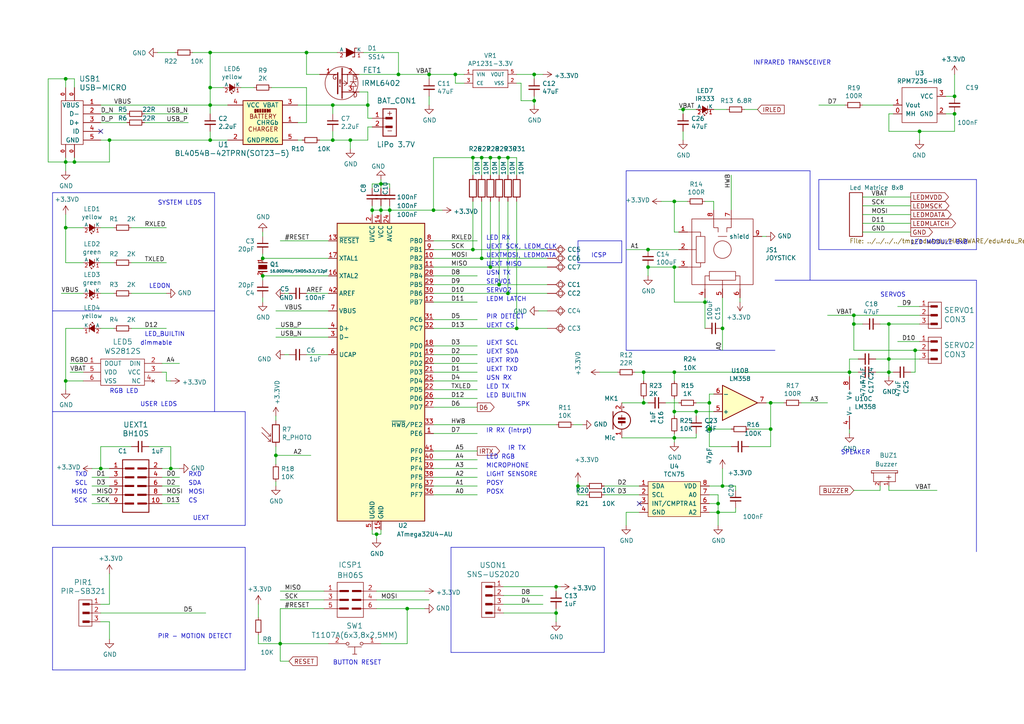
<source format=kicad_sch>
(kicad_sch (version 20230121) (generator eeschema)
  (paper "A4")
  (junction (at 195.58 127))
  (junction (at 106.68 30.48))
  (junction (at 201.93 119.38))
  (junction (at 96.52 40.64))
  (junction (at 266.7 38.1))
  (junction (at 144.78 45.72))
  (junction (at 60.96 40.64))
  (junction (at 223.52 124.46))
  (junction (at 110.49 60.96))
  (junction (at 187.96 77.47))
  (junction (at 186.69 107.95))
  (junction (at 147.32 85.09))
  (junction (at 110.49 53.34))
  (junction (at 81.28 186.69))
  (junction (at 137.16 45.72))
  (junction (at 205.74 116.84))
  (junction (at 265.43 101.6))
  (junction (at 139.7 74.93))
  (junction (at 276.86 33.02))
  (junction (at 118.11 176.53))
  (junction (at 161.29 177.8))
  (junction (at 125.73 60.96))
  (junction (at 246.38 107.95))
  (junction (at 142.24 45.72))
  (junction (at 76.2 74.93))
  (junction (at 167.64 140.97))
  (junction (at 195.58 107.95))
  (junction (at 149.86 95.25))
  (junction (at 132.08 21.59))
  (junction (at 154.94 21.59))
  (junction (at 208.28 148.59))
  (junction (at 107.95 60.96))
  (junction (at 21.59 46.99))
  (junction (at 60.96 15.24))
  (junction (at 187.96 72.39))
  (junction (at 101.6 40.64))
  (junction (at 139.7 45.72))
  (junction (at 80.01 132.08))
  (junction (at 19.05 22.86))
  (junction (at 276.86 27.94))
  (junction (at 247.65 93.98))
  (junction (at 19.05 110.49))
  (junction (at 142.24 77.47))
  (junction (at 147.32 45.72))
  (junction (at 154.94 29.21))
  (junction (at 161.29 170.18))
  (junction (at 29.21 135.89))
  (junction (at 195.58 119.38))
  (junction (at 209.55 95.25))
  (junction (at 247.65 91.44))
  (junction (at 115.57 21.59))
  (junction (at 195.58 58.42))
  (junction (at 19.05 46.99))
  (junction (at 186.69 116.84))
  (junction (at 257.81 107.95))
  (junction (at 60.96 25.4))
  (junction (at 49.53 135.89))
  (junction (at 195.58 77.47))
  (junction (at 124.46 21.59))
  (junction (at 60.96 30.48))
  (junction (at 88.9 15.24))
  (junction (at 19.05 66.04))
  (junction (at 109.22 154.94))
  (junction (at 113.03 60.96))
  (junction (at 205.74 124.46))
  (junction (at 198.12 31.75))
  (junction (at 223.52 116.84))
  (junction (at 96.52 30.48))
  (junction (at 31.75 40.64))
  (junction (at 137.16 72.39))
  (junction (at 209.55 140.97))
  (junction (at 208.28 146.05))
  (junction (at 257.81 104.14))
  (junction (at 204.47 87.63))
  (junction (at 257.81 93.98))
  (junction (at 76.2 80.01))
  (junction (at 144.78 82.55))
  (no_connect (at 29.21 38.1))
  (no_connect (at 185.42 146.05))
  (wire (pts (xy 124.46 27.94) (xy 124.46 30.48)))
  (polyline (pts (xy 175.26 158.75) (xy 130.81 158.75)))
  (wire (pts (xy 80.01 121.92) (xy 80.01 120.65)))
  (wire (pts (xy 19.05 95.25) (xy 19.05 110.49)))
  (wire (pts (xy 106.68 36.83) (xy 106.68 40.64)))
  (wire (pts (xy 257.81 93.98) (xy 257.81 104.14)))
  (wire (pts (xy 255.27 140.97) (xy 255.27 142.24)))
  (wire (pts (xy 125.73 69.85) (xy 138.43 69.85)))
  (polyline (pts (xy 181.61 101.6) (xy 224.79 101.6)))
  (wire (pts (xy 92.71 40.64) (xy 96.52 40.64)))
  (wire (pts (xy 95.25 90.17) (xy 80.01 90.17)))
  (wire (pts (xy 88.9 102.87) (xy 95.25 102.87)))
  (wire (pts (xy 201.93 119.38) (xy 195.58 119.38)))
  (wire (pts (xy 180.34 116.84) (xy 186.69 116.84)))
  (wire (pts (xy 259.08 107.95) (xy 257.81 107.95)))
  (wire (pts (xy 137.16 58.42) (xy 137.16 72.39)))
  (wire (pts (xy 142.24 77.47) (xy 158.75 77.47)))
  (wire (pts (xy 31.75 180.34) (xy 31.75 185.42)))
  (wire (pts (xy 38.1 85.09) (xy 48.26 85.09)))
  (wire (pts (xy 105.41 15.24) (xy 115.57 15.24)))
  (wire (pts (xy 93.98 176.53) (xy 81.28 176.53)))
  (wire (pts (xy 213.36 147.32) (xy 213.36 148.59)))
  (wire (pts (xy 201.93 31.75) (xy 198.12 31.75)))
  (wire (pts (xy 49.53 129.54) (xy 49.53 135.89)))
  (wire (pts (xy 257.81 107.95) (xy 257.81 109.22)))
  (wire (pts (xy 146.05 170.18) (xy 161.29 170.18)))
  (wire (pts (xy 107.95 62.23) (xy 107.95 60.96)))
  (wire (pts (xy 76.2 74.93) (xy 95.25 74.93)))
  (polyline (pts (xy 234.95 49.53) (xy 234.95 81.28)))
  (wire (pts (xy 104.14 21.59) (xy 115.57 21.59)))
  (polyline (pts (xy 180.34 76.2) (xy 180.34 69.85)))
  (wire (pts (xy 107.95 60.96) (xy 110.49 60.96)))
  (wire (pts (xy 260.35 88.9) (xy 266.7 88.9)))
  (wire (pts (xy 50.8 15.24) (xy 45.72 15.24)))
  (wire (pts (xy 137.16 45.72) (xy 139.7 45.72)))
  (wire (pts (xy 95.25 97.79) (xy 80.01 97.79)))
  (wire (pts (xy 195.58 125.73) (xy 195.58 127)))
  (wire (pts (xy 245.11 30.48) (xy 237.49 30.48)))
  (wire (pts (xy 125.73 115.57) (xy 138.43 115.57)))
  (wire (pts (xy 142.24 58.42) (xy 142.24 77.47)))
  (wire (pts (xy 213.36 140.97) (xy 213.36 142.24)))
  (wire (pts (xy 250.19 93.98) (xy 247.65 93.98)))
  (wire (pts (xy 205.74 148.59) (xy 208.28 148.59)))
  (wire (pts (xy 97.79 15.24) (xy 88.9 15.24)))
  (polyline (pts (xy 71.12 194.31) (xy 15.24 194.31)))
  (wire (pts (xy 29.21 177.8) (xy 59.69 177.8)))
  (wire (pts (xy 86.36 40.64) (xy 87.63 40.64)))
  (wire (pts (xy 46.99 143.51) (xy 52.07 143.51)))
  (wire (pts (xy 21.59 22.86) (xy 19.05 22.86)))
  (wire (pts (xy 195.58 119.38) (xy 195.58 120.65)))
  (wire (pts (xy 195.58 87.63) (xy 195.58 77.47)))
  (wire (pts (xy 187.96 77.47) (xy 187.96 80.01)))
  (wire (pts (xy 125.73 125.73) (xy 138.43 125.73)))
  (wire (pts (xy 208.28 146.05) (xy 208.28 148.59)))
  (wire (pts (xy 113.03 60.96) (xy 125.73 60.96)))
  (wire (pts (xy 125.73 77.47) (xy 142.24 77.47)))
  (wire (pts (xy 167.64 143.51) (xy 167.64 140.97)))
  (wire (pts (xy 55.88 15.24) (xy 60.96 15.24)))
  (wire (pts (xy 31.75 140.97) (xy 26.67 140.97)))
  (wire (pts (xy 204.47 87.63) (xy 195.58 87.63)))
  (wire (pts (xy 149.86 45.72) (xy 149.86 50.8)))
  (wire (pts (xy 88.9 85.09) (xy 95.25 85.09)))
  (wire (pts (xy 137.16 50.8) (xy 137.16 45.72)))
  (wire (pts (xy 173.99 107.95) (xy 179.07 107.95)))
  (wire (pts (xy 113.03 60.96) (xy 113.03 62.23)))
  (wire (pts (xy 81.28 176.53) (xy 81.28 186.69)))
  (wire (pts (xy 29.21 129.54) (xy 38.1 129.54)))
  (wire (pts (xy 265.43 101.6) (xy 247.65 101.6)))
  (wire (pts (xy 38.1 76.2) (xy 48.26 76.2)))
  (wire (pts (xy 60.96 38.1) (xy 60.96 40.64)))
  (wire (pts (xy 110.49 154.94) (xy 110.49 153.67)))
  (wire (pts (xy 223.52 116.84) (xy 223.52 124.46)))
  (wire (pts (xy 19.05 110.49) (xy 19.05 113.03)))
  (wire (pts (xy 250.19 67.31) (xy 264.16 67.31)))
  (wire (pts (xy 247.65 93.98) (xy 247.65 91.44)))
  (wire (pts (xy 207.01 60.96) (xy 207.01 58.42)))
  (wire (pts (xy 196.85 72.39) (xy 187.96 72.39)))
  (wire (pts (xy 166.37 123.19) (xy 168.91 123.19)))
  (wire (pts (xy 257.81 33.02) (xy 259.08 33.02)))
  (wire (pts (xy 144.78 82.55) (xy 158.75 82.55)))
  (wire (pts (xy 257.81 142.24) (xy 271.78 142.24)))
  (wire (pts (xy 205.74 143.51) (xy 208.28 143.51)))
  (wire (pts (xy 266.7 38.1) (xy 257.81 38.1)))
  (polyline (pts (xy 130.81 189.23) (xy 175.26 189.23)))
  (wire (pts (xy 137.16 72.39) (xy 158.75 72.39)))
  (wire (pts (xy 185.42 143.51) (xy 175.26 143.51)))
  (wire (pts (xy 92.71 21.59) (xy 88.9 21.59)))
  (wire (pts (xy 147.32 45.72) (xy 149.86 45.72)))
  (wire (pts (xy 195.58 77.47) (xy 187.96 77.47)))
  (wire (pts (xy 146.05 175.26) (xy 157.48 175.26)))
  (wire (pts (xy 31.75 46.99) (xy 31.75 40.64)))
  (wire (pts (xy 76.2 68.58) (xy 76.2 67.31)))
  (wire (pts (xy 107.95 53.34) (xy 110.49 53.34)))
  (wire (pts (xy 195.58 115.57) (xy 195.58 119.38)))
  (wire (pts (xy 257.81 104.14) (xy 266.7 104.14)))
  (wire (pts (xy 246.38 104.14) (xy 246.38 107.95)))
  (wire (pts (xy 146.05 172.72) (xy 157.48 172.72)))
  (wire (pts (xy 41.91 33.02) (xy 54.61 33.02)))
  (wire (pts (xy 19.05 46.99) (xy 19.05 49.53)))
  (wire (pts (xy 95.25 69.85) (xy 81.28 69.85)))
  (wire (pts (xy 46.99 146.05) (xy 52.07 146.05)))
  (wire (pts (xy 137.16 45.72) (xy 125.73 45.72)))
  (wire (pts (xy 139.7 74.93) (xy 158.75 74.93)))
  (wire (pts (xy 125.73 130.81) (xy 138.43 130.81)))
  (wire (pts (xy 196.85 77.47) (xy 195.58 77.47)))
  (wire (pts (xy 198.12 31.75) (xy 196.85 31.75)))
  (wire (pts (xy 60.96 40.64) (xy 31.75 40.64)))
  (wire (pts (xy 24.13 76.2) (xy 19.05 76.2)))
  (wire (pts (xy 31.75 40.64) (xy 29.21 40.64)))
  (wire (pts (xy 209.55 140.97) (xy 213.36 140.97)))
  (wire (pts (xy 19.05 66.04) (xy 19.05 76.2)))
  (wire (pts (xy 149.86 58.42) (xy 149.86 95.25)))
  (wire (pts (xy 207.01 58.42) (xy 204.47 58.42)))
  (wire (pts (xy 247.65 91.44) (xy 240.03 91.44)))
  (wire (pts (xy 24.13 95.25) (xy 19.05 95.25)))
  (wire (pts (xy 195.58 58.42) (xy 195.58 67.31)))
  (wire (pts (xy 195.58 107.95) (xy 246.38 107.95)))
  (wire (pts (xy 204.47 87.63) (xy 204.47 95.25)))
  (wire (pts (xy 31.75 135.89) (xy 29.21 135.89)))
  (wire (pts (xy 144.78 45.72) (xy 147.32 45.72)))
  (wire (pts (xy 21.59 46.99) (xy 31.75 46.99)))
  (wire (pts (xy 205.74 129.54) (xy 205.74 124.46)))
  (wire (pts (xy 266.7 93.98) (xy 257.81 93.98)))
  (wire (pts (xy 113.03 59.69) (xy 113.03 60.96)))
  (wire (pts (xy 207.01 31.75) (xy 210.82 31.75)))
  (wire (pts (xy 60.96 30.48) (xy 60.96 33.02)))
  (wire (pts (xy 21.59 25.4) (xy 21.59 22.86)))
  (wire (pts (xy 125.73 118.11) (xy 138.43 118.11)))
  (wire (pts (xy 96.52 40.64) (xy 101.6 40.64)))
  (wire (pts (xy 88.9 21.59) (xy 88.9 15.24)))
  (polyline (pts (xy 167.64 76.2) (xy 180.34 76.2)))
  (wire (pts (xy 124.46 22.86) (xy 124.46 21.59)))
  (wire (pts (xy 80.01 132.08) (xy 90.17 132.08)))
  (polyline (pts (xy 237.49 72.39) (xy 283.21 72.39)))
  (wire (pts (xy 29.21 30.48) (xy 60.96 30.48)))
  (wire (pts (xy 81.28 191.77) (xy 83.82 191.77)))
  (wire (pts (xy 74.93 175.26) (xy 74.93 179.07)))
  (wire (pts (xy 125.73 138.43) (xy 138.43 138.43)))
  (wire (pts (xy 81.28 186.69) (xy 95.25 186.69)))
  (wire (pts (xy 29.21 175.26) (xy 31.75 175.26)))
  (wire (pts (xy 109.22 154.94) (xy 109.22 156.21)))
  (wire (pts (xy 142.24 45.72) (xy 144.78 45.72)))
  (wire (pts (xy 19.05 46.99) (xy 21.59 46.99)))
  (wire (pts (xy 204.47 86.36) (xy 204.47 87.63)))
  (wire (pts (xy 48.26 110.49) (xy 49.53 110.49)))
  (wire (pts (xy 125.73 123.19) (xy 161.29 123.19)))
  (wire (pts (xy 195.58 127) (xy 201.93 127)))
  (wire (pts (xy 24.13 66.04) (xy 19.05 66.04)))
  (wire (pts (xy 125.73 45.72) (xy 125.73 60.96)))
  (wire (pts (xy 260.35 99.06) (xy 266.7 99.06)))
  (wire (pts (xy 110.49 53.34) (xy 113.03 53.34)))
  (wire (pts (xy 161.29 170.18) (xy 161.29 171.45)))
  (wire (pts (xy 80.01 132.08) (xy 80.01 129.54)))
  (wire (pts (xy 223.52 116.84) (xy 227.33 116.84)))
  (wire (pts (xy 106.68 26.67) (xy 106.68 30.48)))
  (wire (pts (xy 125.73 135.89) (xy 138.43 135.89)))
  (wire (pts (xy 21.59 45.72) (xy 21.59 46.99)))
  (wire (pts (xy 223.52 124.46) (xy 217.17 124.46)))
  (wire (pts (xy 41.91 35.56) (xy 54.61 35.56)))
  (wire (pts (xy 207.01 119.38) (xy 201.93 119.38)))
  (wire (pts (xy 213.36 148.59) (xy 208.28 148.59)))
  (wire (pts (xy 29.21 180.34) (xy 31.75 180.34)))
  (wire (pts (xy 196.85 116.84) (xy 193.04 116.84)))
  (wire (pts (xy 147.32 58.42) (xy 147.32 85.09)))
  (wire (pts (xy 264.16 107.95) (xy 265.43 107.95)))
  (wire (pts (xy 257.81 38.1) (xy 257.81 33.02)))
  (wire (pts (xy 31.75 138.43) (xy 26.67 138.43)))
  (polyline (pts (xy 62.23 90.17) (xy 15.24 90.17)))
  (polyline (pts (xy 181.61 49.53) (xy 234.95 49.53)))
  (wire (pts (xy 60.96 40.64) (xy 66.04 40.64)))
  (wire (pts (xy 125.73 60.96) (xy 128.27 60.96)))
  (wire (pts (xy 125.73 110.49) (xy 138.43 110.49)))
  (wire (pts (xy 106.68 34.29) (xy 107.95 34.29)))
  (wire (pts (xy 95.25 80.01) (xy 76.2 80.01)))
  (wire (pts (xy 257.81 104.14) (xy 257.81 107.95)))
  (wire (pts (xy 19.05 45.72) (xy 19.05 46.99)))
  (wire (pts (xy 254 107.95) (xy 257.81 107.95)))
  (wire (pts (xy 246.38 107.95) (xy 248.92 107.95)))
  (wire (pts (xy 125.73 113.03) (xy 138.43 113.03)))
  (wire (pts (xy 125.73 105.41) (xy 138.43 105.41)))
  (wire (pts (xy 13.97 22.86) (xy 13.97 46.99)))
  (wire (pts (xy 125.73 87.63) (xy 138.43 87.63)))
  (wire (pts (xy 29.21 135.89) (xy 29.21 129.54)))
  (wire (pts (xy 24.13 85.09) (xy 17.78 85.09)))
  (wire (pts (xy 208.28 143.51) (xy 208.28 146.05)))
  (wire (pts (xy 80.01 140.97) (xy 80.01 139.7)))
  (wire (pts (xy 214.63 87.63) (xy 214.63 86.36)))
  (wire (pts (xy 134.62 24.13) (xy 132.08 24.13)))
  (wire (pts (xy 115.57 21.59) (xy 124.46 21.59)))
  (wire (pts (xy 81.28 186.69) (xy 74.93 186.69)))
  (polyline (pts (xy 175.26 189.23) (xy 175.26 158.75)))
  (wire (pts (xy 147.32 85.09) (xy 158.75 85.09)))
  (wire (pts (xy 212.09 50.8) (xy 212.09 60.96)))
  (wire (pts (xy 125.73 100.33) (xy 138.43 100.33)))
  (polyline (pts (xy 71.12 152.4) (xy 71.12 119.38)))
  (wire (pts (xy 76.2 80.01) (xy 76.2 81.28)))
  (wire (pts (xy 250.19 59.69) (xy 264.16 59.69)))
  (wire (pts (xy 198.12 33.02) (xy 198.12 31.75)))
  (wire (pts (xy 201.93 116.84) (xy 205.74 116.84)))
  (wire (pts (xy 78.74 25.4) (xy 88.9 25.4)))
  (wire (pts (xy 201.93 120.65) (xy 201.93 119.38)))
  (wire (pts (xy 180.34 127) (xy 195.58 127)))
  (polyline (pts (xy 15.24 55.88) (xy 62.23 55.88)))
  (wire (pts (xy 259.08 30.48) (xy 250.19 30.48)))
  (wire (pts (xy 151.13 29.21) (xy 154.94 29.21)))
  (wire (pts (xy 60.96 15.24) (xy 88.9 15.24)))
  (polyline (pts (xy 15.24 158.75) (xy 71.12 158.75)))
  (wire (pts (xy 255.27 93.98) (xy 257.81 93.98)))
  (wire (pts (xy 222.25 116.84) (xy 223.52 116.84)))
  (wire (pts (xy 38.1 66.04) (xy 48.26 66.04)))
  (wire (pts (xy 139.7 45.72) (xy 142.24 45.72)))
  (wire (pts (xy 161.29 176.53) (xy 161.29 177.8)))
  (wire (pts (xy 149.86 21.59) (xy 154.94 21.59)))
  (wire (pts (xy 209.55 86.36) (xy 209.55 95.25)))
  (polyline (pts (xy 283.21 52.07) (xy 283.21 72.39)))
  (wire (pts (xy 195.58 107.95) (xy 195.58 110.49)))
  (wire (pts (xy 107.95 54.61) (xy 107.95 53.34)))
  (wire (pts (xy 205.74 114.3) (xy 205.74 116.84)))
  (wire (pts (xy 125.73 85.09) (xy 147.32 85.09)))
  (wire (pts (xy 186.69 107.95) (xy 195.58 107.95)))
  (wire (pts (xy 86.36 30.48) (xy 96.52 30.48)))
  (wire (pts (xy 24.13 107.95) (xy 20.32 107.95)))
  (wire (pts (xy 29.21 35.56) (xy 36.83 35.56)))
  (wire (pts (xy 195.58 128.27) (xy 195.58 127)))
  (wire (pts (xy 125.73 72.39) (xy 137.16 72.39)))
  (wire (pts (xy 125.73 92.71) (xy 138.43 92.71)))
  (wire (pts (xy 95.25 95.25) (xy 80.01 95.25)))
  (wire (pts (xy 46.99 107.95) (xy 48.26 107.95)))
  (wire (pts (xy 154.94 27.94) (xy 154.94 29.21)))
  (polyline (pts (xy 237.49 52.07) (xy 283.21 52.07)))
  (wire (pts (xy 125.73 95.25) (xy 149.86 95.25)))
  (wire (pts (xy 247.65 101.6) (xy 247.65 93.98)))
  (polyline (pts (xy 130.81 158.75) (xy 130.81 189.23)))
  (wire (pts (xy 115.57 15.24) (xy 115.57 21.59)))
  (wire (pts (xy 186.69 116.84) (xy 187.96 116.84)))
  (wire (pts (xy 88.9 25.4) (xy 88.9 35.56)))
  (wire (pts (xy 139.7 50.8) (xy 139.7 45.72)))
  (wire (pts (xy 142.24 50.8) (xy 142.24 45.72)))
  (wire (pts (xy 49.53 135.89) (xy 52.07 135.89)))
  (wire (pts (xy 24.13 110.49) (xy 19.05 110.49)))
  (wire (pts (xy 110.49 59.69) (xy 110.49 60.96)))
  (wire (pts (xy 274.32 33.02) (xy 276.86 33.02)))
  (wire (pts (xy 265.43 101.6) (xy 265.43 107.95)))
  (wire (pts (xy 125.73 143.51) (xy 138.43 143.51)))
  (wire (pts (xy 201.93 125.73) (xy 201.93 127)))
  (wire (pts (xy 266.7 91.44) (xy 247.65 91.44)))
  (wire (pts (xy 80.01 134.62) (xy 80.01 132.08)))
  (wire (pts (xy 170.18 140.97) (xy 167.64 140.97)))
  (wire (pts (xy 154.94 22.86) (xy 154.94 21.59)))
  (wire (pts (xy 29.21 135.89) (xy 26.67 135.89)))
  (wire (pts (xy 186.69 110.49) (xy 186.69 107.95)))
  (wire (pts (xy 139.7 58.42) (xy 139.7 74.93)))
  (wire (pts (xy 191.77 58.42) (xy 195.58 58.42)))
  (wire (pts (xy 46.99 105.41) (xy 52.07 105.41)))
  (wire (pts (xy 81.28 186.69) (xy 81.28 191.77)))
  (wire (pts (xy 107.95 154.94) (xy 109.22 154.94)))
  (polyline (pts (xy 15.24 119.38) (xy 71.12 119.38)))
  (wire (pts (xy 185.42 148.59) (xy 181.61 148.59)))
  (wire (pts (xy 205.74 140.97) (xy 209.55 140.97)))
  (wire (pts (xy 118.11 186.69) (xy 118.11 176.53)))
  (wire (pts (xy 118.11 176.53) (xy 123.19 176.53)))
  (wire (pts (xy 29.21 76.2) (xy 33.02 76.2)))
  (wire (pts (xy 29.21 33.02) (xy 36.83 33.02)))
  (wire (pts (xy 107.95 36.83) (xy 106.68 36.83)))
  (wire (pts (xy 104.14 26.67) (xy 106.68 26.67)))
  (wire (pts (xy 110.49 186.69) (xy 118.11 186.69)))
  (polyline (pts (xy 283.21 81.28) (xy 283.21 160.02)))
  (wire (pts (xy 43.18 129.54) (xy 49.53 129.54)))
  (wire (pts (xy 60.96 25.4) (xy 60.96 15.24)))
  (wire (pts (xy 76.2 86.36) (xy 76.2 87.63)))
  (wire (pts (xy 132.08 24.13) (xy 132.08 21.59)))
  (wire (pts (xy 276.86 38.1) (xy 266.7 38.1)))
  (wire (pts (xy 31.75 175.26) (xy 31.75 166.37)))
  (wire (pts (xy 46.99 135.89) (xy 49.53 135.89)))
  (wire (pts (xy 198.12 38.1) (xy 198.12 40.64)))
  (wire (pts (xy 24.13 105.41) (xy 20.32 105.41)))
  (polyline (pts (xy 15.24 152.4) (xy 71.12 152.4)))
  (wire (pts (xy 88.9 35.56) (xy 86.36 35.56)))
  (wire (pts (xy 149.86 95.25) (xy 158.75 95.25)))
  (polyline (pts (xy 167.64 69.85) (xy 180.34 69.85)))
  (wire (pts (xy 101.6 43.18) (xy 101.6 40.64)))
  (wire (pts (xy 205.74 146.05) (xy 208.28 146.05)))
  (wire (pts (xy 109.22 173.99) (xy 124.46 173.99)))
  (wire (pts (xy 29.21 95.25) (xy 33.02 95.25)))
  (wire (pts (xy 248.92 104.14) (xy 246.38 104.14)))
  (wire (pts (xy 185.42 140.97) (xy 175.26 140.97)))
  (wire (pts (xy 83.82 102.87) (xy 82.55 102.87)))
  (wire (pts (xy 38.1 95.25) (xy 48.26 95.25)))
  (wire (pts (xy 19.05 22.86) (xy 13.97 22.86)))
  (wire (pts (xy 124.46 21.59) (xy 132.08 21.59)))
  (wire (pts (xy 31.75 143.51) (xy 26.67 143.51)))
  (wire (pts (xy 274.32 27.94) (xy 276.86 27.94)))
  (wire (pts (xy 217.17 129.54) (xy 223.52 129.54)))
  (wire (pts (xy 125.73 102.87) (xy 138.43 102.87)))
  (wire (pts (xy 132.08 21.59) (xy 134.62 21.59)))
  (polyline (pts (xy 71.12 158.75) (xy 71.12 194.31)))
  (wire (pts (xy 144.78 58.42) (xy 144.78 82.55)))
  (wire (pts (xy 29.21 66.04) (xy 33.02 66.04)))
  (wire (pts (xy 205.74 114.3) (xy 207.01 114.3)))
  (wire (pts (xy 110.49 53.34) (xy 110.49 54.61)))
  (wire (pts (xy 146.05 177.8) (xy 161.29 177.8)))
  (polyline (pts (xy 167.64 69.85) (xy 167.64 76.2)))
  (wire (pts (xy 220.98 68.58) (xy 222.25 68.58)))
  (polyline (pts (xy 224.79 81.28) (xy 283.21 81.28)))
  (polyline (pts (xy 237.49 72.39) (xy 237.49 52.07)))
  (wire (pts (xy 48.26 107.95) (xy 48.26 110.49)))
  (wire (pts (xy 149.86 24.13) (xy 151.13 24.13)))
  (wire (pts (xy 158.75 90.17) (xy 156.21 90.17)))
  (wire (pts (xy 154.94 29.21) (xy 154.94 30.48)))
  (wire (pts (xy 109.22 154.94) (xy 110.49 154.94)))
  (wire (pts (xy 60.96 25.4) (xy 64.77 25.4)))
  (wire (pts (xy 212.09 129.54) (xy 205.74 129.54)))
  (wire (pts (xy 276.86 27.94) (xy 276.86 21.59)))
  (wire (pts (xy 19.05 62.23) (xy 19.05 66.04)))
  (wire (pts (xy 69.85 25.4) (xy 73.66 25.4)))
  (wire (pts (xy 205.74 124.46) (xy 212.09 124.46)))
  (wire (pts (xy 106.68 30.48) (xy 106.68 34.29)))
  (wire (pts (xy 186.69 115.57) (xy 186.69 116.84)))
  (wire (pts (xy 29.21 85.09) (xy 33.02 85.09)))
  (wire (pts (xy 60.96 30.48) (xy 66.04 30.48)))
  (wire (pts (xy 110.49 52.07) (xy 110.49 53.34)))
  (polyline (pts (xy 15.24 194.31) (xy 15.24 158.75)))
  (wire (pts (xy 170.18 143.51) (xy 167.64 143.51)))
  (wire (pts (xy 257.81 140.97) (xy 257.81 142.24)))
  (wire (pts (xy 110.49 60.96) (xy 113.03 60.96)))
  (wire (pts (xy 74.93 186.69) (xy 74.93 184.15)))
  (wire (pts (xy 13.97 46.99) (xy 19.05 46.99)))
  (wire (pts (xy 60.96 30.48) (xy 60.96 25.4)))
  (wire (pts (xy 125.73 140.97) (xy 138.43 140.97)))
  (wire (pts (xy 93.98 171.45) (xy 81.28 171.45)))
  (wire (pts (xy 187.96 72.39) (xy 181.61 72.39)))
  (wire (pts (xy 93.98 173.99) (xy 81.28 173.99)))
  (wire (pts (xy 167.64 140.97) (xy 167.64 139.7)))
  (wire (pts (xy 125.73 74.93) (xy 139.7 74.93)))
  (wire (pts (xy 184.15 107.95) (xy 186.69 107.95)))
  (polyline (pts (xy 15.24 55.88) (xy 15.24 152.4)))
  (wire (pts (xy 110.49 60.96) (xy 110.49 62.23)))
  (wire (pts (xy 195.58 67.31) (xy 196.85 67.31)))
  (wire (pts (xy 181.61 148.59) (xy 181.61 152.4)))
  (wire (pts (xy 250.19 62.23) (xy 264.16 62.23)))
  (wire (pts (xy 83.82 85.09) (xy 82.55 85.09)))
  (wire (pts (xy 107.95 153.67) (xy 107.95 154.94)))
  (wire (pts (xy 19.05 25.4) (xy 19.05 22.86)))
  (wire (pts (xy 109.22 176.53) (xy 118.11 176.53)))
  (wire (pts (xy 151.13 24.13) (xy 151.13 29.21)))
  (wire (pts (xy 205.74 116.84) (xy 205.74 124.46)))
  (wire (pts (xy 246.38 124.46) (xy 246.38 125.73)))
  (polyline (pts (xy 62.23 55.88) (xy 62.23 119.38)))
  (wire (pts (xy 209.55 95.25) (xy 209.55 101.6)))
  (wire (pts (xy 266.7 38.1) (xy 266.7 40.64)))
  (wire (pts (xy 209.55 140.97) (xy 209.55 135.89)))
  (wire (pts (xy 208.28 148.59) (xy 208.28 152.4)))
  (wire (pts (xy 276.86 33.02) (xy 276.86 38.1)))
  (wire (pts (xy 147.32 50.8) (xy 147.32 45.72)))
  (wire (pts (xy 250.19 64.77) (xy 264.16 64.77)))
  (wire (pts (xy 215.9 31.75) (xy 219.71 31.75)))
  (wire (pts (xy 96.52 33.02) (xy 96.52 30.48)))
  (wire (pts (xy 144.78 50.8) (xy 144.78 45.72)))
  (wire (pts (xy 101.6 40.64) (xy 106.68 40.64)))
  (wire (pts (xy 76.2 74.93) (xy 76.2 73.66)))
  (polyline (pts (xy 181.61 49.53) (xy 181.61 101.6)))
  (wire (pts (xy 125.73 133.35) (xy 138.43 133.35)))
  (wire (pts (xy 246.38 109.22) (xy 246.38 107.95)))
  (wire (pts (xy 161.29 177.8) (xy 161.29 180.34)))
  (wire (pts (xy 161.29 170.18) (xy 162.56 170.18)))
  (wire (pts (xy 109.22 171.45) (xy 123.19 171.45)))
  (wire (pts (xy 154.94 21.59) (xy 157.48 21.59)))
  (wire (pts (xy 113.03 54.61) (xy 113.03 53.34)))
  (wire (pts (xy 223.52 129.54) (xy 223.52 124.46)))
  (wire (pts (xy 46.99 138.43) (xy 52.07 138.43)))
  (wire (pts (xy 125.73 107.95) (xy 138.43 107.95)))
  (wire (pts (xy 254 104.14) (xy 257.81 104.14)))
  (wire (pts (xy 125.73 80.01) (xy 138.43 80.01)))
  (wire (pts (xy 195.58 58.42) (xy 199.39 58.42)))
  (wire (pts (xy 232.41 116.84) (xy 240.03 116.84)))
  (wire (pts (xy 255.27 142.24) (xy 247.65 142.24)))
  (wire (pts (xy 31.75 146.05) (xy 26.67 146.05)))
  (wire (pts (xy 96.52 38.1) (xy 96.52 40.64)))
  (wire (pts (xy 125.73 82.55) (xy 144.78 82.55)))
  (wire (pts (xy 264.16 57.15) (xy 250.19 57.15)))
  (wire (pts (xy 46.99 140.97) (xy 52.07 140.97)))
  (wire (pts (xy 266.7 101.6) (xy 265.43 101.6)))
  (wire (pts (xy 96.52 30.48) (xy 106.68 30.48)))
  (wire (pts (xy 107.95 60.96) (xy 107.95 59.69)))
  (text "PIR - MOTION DETECT" (at 45.72 185.42 0) (effects (font (size 1.27 1.27)) (justify left bottom)))
  (text "IR TX" (at 147.32 130.81 0) (effects (font (size 1.27 1.27)) (justify left bottom)))
  (text "SDA" (at 54.61 140.97 0) (effects (font (size 1.27 1.27)) (justify left bottom)))
  (text "UEXT TXD" (at 140.97 107.95 0) (effects (font (size 1.27 1.27)) (justify left bottom)))
  (text "CS" (at 54.61 146.05 0) (effects (font (size 1.27 1.27)) (justify left bottom)))
  (text "UEXT CS" (at 140.97 95.25 0) (effects (font (size 1.27 1.27)) (justify left bottom)))
  (text "RGB LED" (at 31.75 114.3 0) (effects (font (size 1.27 1.27)) (justify left bottom)))
  (text "MICROPHONE" (at 140.97 135.89 0) (effects (font (size 1.27 1.27)) (justify left bottom)))
  (text "SERVO2" (at 140.97 85.09 0) (effects (font (size 1.27 1.27)) (justify left bottom)))
  (text "LED_BUILTIN" (at 41.91 97.79 0) (effects (font (size 1.27 1.27)) (justify left bottom)))
  (text "ICSP" (at 171.45 74.93 0) (effects (font (size 1.27 1.27)) (justify left bottom)))
  (text "UEXT MISO" (at 140.97 77.47 0) (effects (font (size 1.27 1.27)) (justify left bottom)))
  (text "UEXT SCL" (at 140.97 100.33 0) (effects (font (size 1.27 1.27)) (justify left bottom)))
  (text "SERVO1" (at 140.97 82.55 0) (effects (font (size 1.27 1.27)) (justify left bottom)))
  (text "POSX" (at 140.97 143.51 0) (effects (font (size 1.27 1.27)) (justify left bottom)))
  (text "PIR DETECT" (at 140.97 92.71 0) (effects (font (size 1.27 1.27)) (justify left bottom)))
  (text "INFRARED TRANSCEIVER" (at 218.44 19.05 0) (effects (font (size 1.27 1.27)) (justify left bottom)))
  (text "SERVOS" (at 255.27 86.36 0) (effects (font (size 1.27 1.27)) (justify left bottom)))
  (text "LED BUILTIN" (at 140.97 115.57 0) (effects (font (size 1.27 1.27)) (justify left bottom)))
  (text "LED TX" (at 140.97 113.03 0) (effects (font (size 1.27 1.27)) (justify left bottom)))
  (text "dimmable" (at 40.64 100.33 0) (effects (font (size 1.27 1.27)) (justify left bottom)))
  (text "UEXT SCK, LEDM_CLK" (at 140.97 72.39 0) (effects (font (size 1.27 1.27)) (justify left bottom)))
  (text "LED MODULE 8x8" (at 264.16 71.12 0) (effects (font (size 1.27 1.27)) (justify left bottom)))
  (text "UEXT SDA" (at 140.97 102.87 0) (effects (font (size 1.27 1.27)) (justify left bottom)))
  (text "LEDON" (at 43.18 83.82 0) (effects (font (size 1.27 1.27)) (justify left bottom)))
  (text "LED RGB " (at 140.97 133.35 0) (effects (font (size 1.27 1.27)) (justify left bottom)))
  (text "LED RX" (at 140.97 69.85 0) (effects (font (size 1.27 1.27)) (justify left bottom)))
  (text "TXD" (at 25.4 138.43 0) (effects (font (size 1.27 1.27)) (justify right bottom)))
  (text "POSY" (at 140.97 140.97 0) (effects (font (size 1.27 1.27)) (justify left bottom)))
  (text "UEXT" (at 55.88 151.13 0) (effects (font (size 1.27 1.27)) (justify left bottom)))
  (text "USN RX" (at 140.97 110.49 0) (effects (font (size 1.27 1.27)) (justify left bottom)))
  (text "MOSI" (at 54.61 143.51 0) (effects (font (size 1.27 1.27)) (justify left bottom)))
  (text "USER LEDS" (at 40.64 118.11 0) (effects (font (size 1.27 1.27)) (justify left bottom)))
  (text "LEDM LATCH" (at 140.97 87.63 0) (effects (font (size 1.27 1.27)) (justify left bottom)))
  (text "RXD" (at 54.61 138.43 0) (effects (font (size 1.27 1.27)) (justify left bottom)))
  (text "IR RX (intrpt)" (at 140.97 125.73 0) (effects (font (size 1.27 1.27)) (justify left bottom)))
  (text "LIGHT SENSORE" (at 140.97 138.43 0) (effects (font (size 1.27 1.27)) (justify left bottom)))
  (text "SPEAKER" (at 243.84 132.08 0) (effects (font (size 1.27 1.27)) (justify left bottom)))
  (text "SCK" (at 25.4 146.05 0) (effects (font (size 1.27 1.27)) (justify right bottom)))
  (text "BUTTON RESET" (at 96.52 193.04 0) (effects (font (size 1.27 1.27)) (justify left bottom)))
  (text "SPK" (at 149.86 118.11 0) (effects (font (size 1.27 1.27)) (justify left bottom)))
  (text "USN TX" (at 140.97 80.01 0) (effects (font (size 1.27 1.27)) (justify left bottom)))
  (text "UEXT RXD" (at 140.97 105.41 0) (effects (font (size 1.27 1.27)) (justify left bottom)))
  (text "SCL" (at 25.4 140.97 0) (effects (font (size 1.27 1.27)) (justify right bottom)))
  (text "SYSTEM LEDS" (at 45.72 59.69 0) (effects (font (size 1.27 1.27)) (justify left bottom)))
  (text "UEXTMOSI, LEDMDATA" (at 140.97 74.93 0) (effects (font (size 1.27 1.27)) (justify left bottom)))
  (text "MISO" (at 25.4 143.51 0) (effects (font (size 1.27 1.27)) (justify right bottom)))
  (label "D2" (at 48.26 140.97 0))
  (label "D6" (at 130.81 118.11 0))
  (label "D11" (at 252.73 64.77 0))
  (label "TXLED" (at 130.81 113.03 0))
  (label "VBAT" (at 196.85 31.75 0))
  (label "D10" (at 130.81 85.09 0))
  (label "A4" (at 132.08 133.35 0))
  (label "D1" (at 130.81 107.95 0))
  (label "A1" (at 182.88 72.39 0))
  (label "A2" (at 85.09 132.08 0))
  (label "A0" (at 132.08 143.51 0))
  (label "#RESET" (at 82.55 176.53 0))
  (label "AREF" (at 88.9 85.09 0))
  (label "VBUS" (at 82.55 90.17 0))
  (label "MISO" (at 27.94 143.51 0))
  (label "D3" (at 130.81 100.33 0))
  (label "SCK" (at 130.81 72.39 0))
  (label "A3" (at 234.95 116.84 0))
  (label "VBAT" (at 120.65 21.59 0))
  (label "USB_P" (at 81.28 95.25 0))
  (label "USB_P" (at 48.26 35.56 0))
  (label "VBUS" (at 17.78 85.09 0))
  (label "D9" (at 130.81 82.55 0))
  (label "MISO" (at 82.55 171.45 0))
  (label "D3" (at 27.94 140.97 0))
  (label "RXLED" (at 130.81 69.85 0))
  (label "MOSI" (at 252.73 62.23 0))
  (label "GND" (at 252.73 67.31 0))
  (label "VBAT" (at 252.73 57.15 0))
  (label "D_N" (at 29.21 33.02 0))
  (label "A5" (at 132.08 130.81 0))
  (label "D9" (at 261.62 88.9 0))
  (label "D8" (at 151.13 172.72 0))
  (label "TXLED" (at 41.91 76.2 0))
  (label "RXLED" (at 41.91 66.04 0))
  (label "D13" (at 130.81 95.25 0))
  (label "USB_N" (at 48.26 33.02 0))
  (label "A4" (at 48.26 105.41 0))
  (label "MOSI" (at 130.81 74.93 0))
  (label "USB_N" (at 81.28 97.79 0))
  (label "A3" (at 132.08 135.89 0))
  (label "D_P" (at 29.21 35.56 0))
  (label "D4" (at 130.81 110.49 0))
  (label "A0" (at 209.55 101.6 90))
  (label "D0" (at 130.81 105.41 0))
  (label "D7" (at 130.81 125.73 0))
  (label "MISO" (at 130.81 77.47 0))
  (label "MOSI" (at 48.26 143.51 0))
  (label "D5" (at 55.88 177.8 180))
  (label "D0" (at 48.26 138.43 0))
  (label "VBUS" (at 33.02 30.48 0))
  (label "SCK" (at 252.73 59.69 0))
  (label "SCK" (at 27.94 146.05 0))
  (label "MOSI" (at 110.49 173.99 0))
  (label "D3" (at 179.07 143.51 0))
  (label "D7" (at 240.03 30.48 0))
  (label "VBAT" (at 242.57 91.44 0))
  (label "D1" (at 27.94 138.43 0))
  (label "D2" (at 179.07 140.97 0))
  (label "D11" (at 130.81 87.63 0))
  (label "D5" (at 130.81 92.71 0))
  (label "VBAT" (at 265.43 142.24 0))
  (label "D8" (at 130.81 80.01 0))
  (label "D12" (at 130.81 115.57 0))
  (label "D2" (at 130.81 102.87 0))
  (label "HWB" (at 212.09 54.61 90))
  (label "A2" (at 132.08 138.43 0))
  (label "D4" (at 151.13 175.26 0))
  (label "D12" (at 41.91 95.25 0))
  (label "D13" (at 48.26 146.05 0))
  (label "VBAT" (at 20.32 107.95 0))
  (label "RGBO" (at 20.32 105.41 0))
  (label "HWB" (at 130.81 123.19 0))
  (label "D10" (at 261.62 99.06 0))
  (label "SCK" (at 82.55 173.99 0))
  (label "#RESET" (at 82.55 69.85 0))
  (label "A1" (at 132.08 140.97 0))
  (global_label "IRTX" (shape output) (at 138.43 130.81 0) (property "Intersheetrefs" "${INTERSHEET_REFS}" (effects hide)))
  (global_label "LEDMSCK" (shape output) (at 264.16 59.69 0) (property "Intersheetrefs" "${INTERSHEET_REFS}" (effects hide)))
  (global_label "BUZZER" (shape input) (at 247.65 142.24 180) (property "Intersheetrefs" "${INTERSHEET_REFS}" (effects hide)))
  (global_label "LEDMDATA" (shape output) (at 264.16 62.23 0) (property "Intersheetrefs" "${INTERSHEET_REFS}" (effects hide)))
  (global_label "RESET" (shape input) (at 83.82 191.77 0) (property "Intersheetrefs" "${INTERSHEET_REFS}" (effects hide)))
  (global_label "IRLED" (shape input) (at 219.71 31.75 0) (property "Intersheetrefs" "${INTERSHEET_REFS}" (effects hide)))
  (global_label "D6" (shape output) (at 138.43 118.11 0) (property "Intersheetrefs" "${INTERSHEET_REFS}" (effects hide)))
  (global_label "LEDMVDD" (shape output) (at 264.16 57.15 0) (property "Intersheetrefs" "${INTERSHEET_REFS}" (effects hide)))
  (global_label "LEDMLATCH" (shape output) (at 264.16 64.77 0) (property "Intersheetrefs" "${INTERSHEET_REFS}" (effects hide)))
  (global_label "GND" (shape output) (at 264.16 67.31 0) (property "Intersheetrefs" "${INTERSHEET_REFS}" (effects hide)))
  (symbol (lib_id "eduArdu_Rev_A:USB-MINI") (at 21.59 35.56 0) (mirror y) (unit 1)
    (property "Reference" "USB1" (at 29.21 22.86 0) (effects (font (size 1.524 1.524)) (justify left)))
    (property "Value" "USB-MICRO" (at 36.83 25.4 0) (effects (font (size 1.524 1.524)) (justify left)))
    (property "Footprint" "OLIMEX_Connectors-FP:MICRO_USB_5P-F_TYPE_DIP" (effects hide))
  )
  (symbol (lib_id "eduArdu_Rev_A:GND") (at 19.05 49.53 0) (unit 1)
    (property "Reference" "#PWR01" (effects hide))
    (property "Value" "GND" (at 19.177 53.9242 0))
  )
  (symbol (lib_id "eduArdu_Rev_A:R_Small") (at 39.37 33.02 270) (unit 1)
    (property "Reference" "R5" (at 35.56 31.75 90))
    (property "Value" "22R" (at 43.18 31.75 90))
    (property "Footprint" "OLIMEX_RLC-FP:R_0402_5MIL_DWS" (effects hide))
  )
  (symbol (lib_id "eduArdu_Rev_A:R_Small") (at 39.37 35.56 270) (unit 1)
    (property "Reference" "R6" (at 35.56 34.29 90))
    (property "Value" "22R" (at 43.18 34.29 90))
    (property "Footprint" "OLIMEX_RLC-FP:R_0402_5MIL_DWS" (effects hide))
  )
  (symbol (lib_id "eduArdu_Rev_A:BL4054B-42TPRN(SOT23-5)") (at 76.2 35.56 0) (unit 1)
    (property "Reference" "U1" (at 64.77 41.91 0) (effects (font (size 1.524 1.524))))
    (property "Value" "BL4054B-42TPRN(SOT23-5)" (at 67.31 44.45 0) (effects (font (size 1.524 1.524))))
    (property "Footprint" "OLIMEX_Regulators-FP:SOT-23-5" (effects hide))
  )
  (symbol (lib_id "eduArdu_Rev_A:C_Small") (at 60.96 35.56 0) (unit 1)
    (property "Reference" "C2" (at 63.2968 34.3916 0) (effects (justify left)))
    (property "Value" "2.2uF" (at 63.2968 36.703 0) (effects (justify left)))
    (property "Footprint" "OLIMEX_RLC-FP:C_0603_5MIL_DWS" (effects hide))
  )
  (symbol (lib_id "eduArdu_Rev_A:LED_Small") (at 67.31 25.4 180) (unit 1)
    (property "Reference" "LED6" (at 67.31 19.9644 0))
    (property "Value" "yellow" (at 67.31 22.2758 0))
    (property "Footprint" "OLIMEX_LEDs-FP:LED_0603_KA" (effects hide))
  )
  (symbol (lib_id "eduArdu_Rev_A:R_Small") (at 76.2 25.4 270) (unit 1)
    (property "Reference" "R9" (at 76.2 20.4216 90))
    (property "Value" "2K" (at 76.2 22.733 90))
    (property "Footprint" "OLIMEX_RLC-FP:R_0402_5MIL_DWS" (effects hide))
  )
  (symbol (lib_id "eduArdu_Rev_A:R_Small") (at 90.17 40.64 270) (unit 1)
    (property "Reference" "R10" (at 86.36 43.18 90))
    (property "Value" "10K" (at 93.98 43.18 90))
    (property "Footprint" "OLIMEX_RLC-FP:R_0402_5MIL_DWS" (effects hide))
  )
  (symbol (lib_id "eduArdu_Rev_A:GND") (at 101.6 43.18 0) (unit 1)
    (property "Reference" "#PWR015" (effects hide))
    (property "Value" "GND" (at 101.727 47.5742 0))
  )
  (symbol (lib_id "eduArdu_Rev_A:C_Small") (at 96.52 35.56 0) (unit 1)
    (property "Reference" "C7" (at 98.8568 34.3916 0) (effects (justify left)))
    (property "Value" "2.2uF" (at 98.8568 36.703 0) (effects (justify left)))
    (property "Footprint" "OLIMEX_RLC-FP:C_0603_5MIL_DWS" (effects hide))
  )
  (symbol (lib_id "eduArdu_Rev_A:P-MOS+DIOD") (at 99.06 24.13 270) (mirror x) (unit 1)
    (property "Reference" "FET1" (at 107.95 20.32 90) (effects (font (size 1.524 1.524))))
    (property "Value" "IRML6402" (at 110.49 24.13 90) (effects (font (size 1.524 1.524))))
    (property "Footprint" "OLIMEX_Transistors-FP:SOT23" (effects hide))
  )
  (symbol (lib_id "eduArdu_Rev_A:BAT_CON") (at 113.03 35.56 0) (unit 1)
    (property "Reference" "BAT_CON1" (at 109.22 29.21 0) (effects (font (size 1.524 1.524)) (justify left)))
    (property "Value" "LiPo 3.7V" (at 109.22 41.91 0) (effects (font (size 1.524 1.524)) (justify left)))
    (property "Footprint" "OLIMEX_Connectors-FP:LIPO_BAT-CON2DW02R" (effects hide))
  )
  (symbol (lib_id "eduArdu_Rev_A:D_Schottky") (at 101.6 15.24 180) (unit 1)
    (property "Reference" "D1" (at 107.95 13.97 0))
    (property "Value" "SS14" (at 109.22 16.51 0))
    (property "Footprint" "OLIMEX_Diodes-FP:SMA-KA" (effects hide))
  )
  (symbol (lib_id "eduArdu_Rev_A:ATmega32U4-AU") (at 110.49 107.95 0) (unit 1)
    (property "Reference" "U2" (at 116.84 152.4 0))
    (property "Value" "ATmega32U4-AU" (at 123.19 154.94 0))
    (property "Footprint" "OLIMEX_IC-FP:TQFP44" (effects hide))
    (property "Datasheet" "http://ww1.microchip.com/downloads/en/DeviceDoc/Atmel-7766-8-bit-AVR-ATmega16U4-32U4_Datasheet.pdf" (effects hide))
  )
  (symbol (lib_id "eduArdu_Rev_A:Crystal") (at 76.2 77.47 270) (unit 1)
    (property "Reference" "Q1" (at 78.2574 76.6826 90) (effects (justify left)))
    (property "Value" "16.000MHz/SMD5x3.2/12pF" (at 78.2574 78.6384 90) (effects (font (size 0.7874 0.7874)) (justify left)))
    (property "Footprint" "OLIMEX_Crystal-FP:HCX-4S_2Pins_5.0x3.2mm" (effects hide))
  )
  (symbol (lib_id "eduArdu_Rev_A:C_Small") (at 76.2 83.82 180) (unit 1)
    (property "Reference" "C4" (at 73.8632 84.9884 0) (effects (justify left)))
    (property "Value" "20pF" (at 73.8632 82.677 0) (effects (justify left)))
    (property "Footprint" "OLIMEX_RLC-FP:C_0402_5MIL_DWS" (effects hide))
  )
  (symbol (lib_id "eduArdu_Rev_A:GND") (at 76.2 87.63 0) (unit 1)
    (property "Reference" "#PWR012" (effects hide))
    (property "Value" "GND" (at 76.327 92.0242 0))
  )
  (symbol (lib_id "eduArdu_Rev_A:C_Small") (at 76.2 71.12 0) (mirror y) (unit 1)
    (property "Reference" "C3" (at 73.8632 69.9516 0) (effects (justify left)))
    (property "Value" "20pF" (at 73.8632 72.263 0) (effects (justify left)))
    (property "Footprint" "OLIMEX_RLC-FP:C_0402_5MIL_DWS" (effects hide))
  )
  (symbol (lib_id "eduArdu_Rev_A:GND") (at 76.2 67.31 0) (mirror x) (unit 1)
    (property "Reference" "#PWR011" (effects hide))
    (property "Value" "GND" (at 76.327 62.9158 0))
  )
  (symbol (lib_id "eduArdu_Rev_A:C_Small") (at 86.36 85.09 270) (unit 1)
    (property "Reference" "C5" (at 82.55 83.82 90))
    (property "Value" "100nF" (at 91.44 86.36 90))
    (property "Footprint" "OLIMEX_RLC-FP:C_0402_5MIL_DWS" (effects hide))
  )
  (symbol (lib_id "eduArdu_Rev_A:GND") (at 82.55 85.09 270) (unit 1)
    (property "Reference" "#PWR013" (effects hide))
    (property "Value" "GND" (at 85.09 86.36 90) (effects (justify right)))
  )
  (symbol (lib_id "eduArdu_Rev_A:C_Small") (at 107.95 57.15 0) (mirror x) (unit 1)
    (property "Reference" "C8" (at 105.41 54.61 90))
    (property "Value" "100nF" (at 118.11 57.15 0))
    (property "Footprint" "OLIMEX_RLC-FP:C_0402_5MIL_DWS" (effects hide))
  )
  (symbol (lib_id "eduArdu_Rev_A:GND") (at 110.49 52.07 0) (mirror x) (unit 1)
    (property "Reference" "#PWR017" (effects hide))
    (property "Value" "GND" (at 111.76 48.26 0) (effects (justify right)))
  )
  (symbol (lib_id "eduArdu_Rev_A:C_Small") (at 110.49 57.15 0) (mirror x) (unit 1)
    (property "Reference" "C9" (at 109.22 54.61 90))
    (property "Value" "100nF" (at 118.11 59.69 0))
    (property "Footprint" "OLIMEX_RLC-FP:C_0402_5MIL_DWS" (effects hide))
  )
  (symbol (lib_id "eduArdu_Rev_A:C_Small") (at 113.03 57.15 0) (mirror x) (unit 1)
    (property "Reference" "C10" (at 111.76 54.61 90))
    (property "Value" "100nF" (at 118.11 62.23 0))
    (property "Footprint" "OLIMEX_RLC-FP:C_0402_5MIL_DWS" (effects hide))
  )
  (symbol (lib_id "eduArdu_Rev_A:C_Small") (at 214.63 129.54 90) (unit 1)
    (property "Reference" "C21" (at 205.74 125.73 0) (effects (justify left)))
    (property "Value" "47pF" (at 205.74 134.62 0) (effects (justify left)))
    (property "Footprint" "OLIMEX_RLC-FP:C_0402_5MIL_DWS" (effects hide))
  )
  (symbol (lib_id "eduArdu_Rev_A:C_Small") (at 124.46 25.4 0) (unit 1)
    (property "Reference" "C11" (at 126.7968 24.2316 0) (effects (justify left)))
    (property "Value" "47uF" (at 126.7968 26.543 0) (effects (justify left)))
    (property "Footprint" "OLIMEX_RLC-FP:C_0805_5MIL_DWS" (effects hide))
  )
  (symbol (lib_id "eduArdu_Rev_A:TCN75") (at 195.58 144.78 0) (unit 1)
    (property "Reference" "U4" (at 195.58 135.255 0))
    (property "Value" "TCN75" (at 195.58 137.5664 0))
    (property "Footprint" "OLIMEX_IC-FP:SO-8" (effects hide))
  )
  (symbol (lib_id "eduArdu_Rev_A:GND") (at 124.46 30.48 0) (unit 1)
    (property "Reference" "#PWR020" (effects hide))
    (property "Value" "GND" (at 124.587 34.8742 0))
  )
  (symbol (lib_id "eduArdu_Rev_A:+3.3VD") (at 157.48 21.59 270) (unit 1)
    (property "Reference" "#PWR023" (effects hide))
    (property "Value" "+3.3VD" (at 160.7312 21.971 90) (effects (justify left)))
  )
  (symbol (lib_id "eduArdu_Rev_A:+3.3VD") (at 128.27 60.96 270) (unit 1)
    (property "Reference" "#PWR021" (effects hide))
    (property "Value" "+3.3VD" (at 131.5212 61.341 90) (effects (justify left)))
  )
  (symbol (lib_id "eduArdu_Rev_A:C_Small") (at 86.36 102.87 270) (unit 1)
    (property "Reference" "C6" (at 90.17 101.6 90))
    (property "Value" "1uF" (at 91.44 104.14 90))
    (property "Footprint" "OLIMEX_RLC-FP:C_0603_5MIL_DWS" (effects hide))
  )
  (symbol (lib_id "eduArdu_Rev_A:GND") (at 82.55 102.87 270) (unit 1)
    (property "Reference" "#PWR014" (effects hide))
    (property "Value" "GND" (at 78.74 104.14 90) (effects (justify right)))
  )
  (symbol (lib_id "eduArdu_Rev_A:GND") (at 109.22 156.21 0) (unit 1)
    (property "Reference" "#PWR016" (effects hide))
    (property "Value" "GND" (at 109.347 160.6042 0))
  )
  (symbol (lib_id "eduArdu_Rev_A:JOYSTICK") (at 209.55 72.39 0) (unit 1)
    (property "Reference" "JS1" (at 222.0214 72.4916 0) (effects (justify left)))
    (property "Value" "JOYSTICK" (at 222.0214 74.803 0) (effects (justify left)))
    (property "Footprint" "OLIMEX_Buttons-FP:JOYSTICK" (effects hide))
  )
  (symbol (lib_id "eduArdu_Rev_A:GND") (at 187.96 80.01 0) (unit 1)
    (property "Reference" "#PWR028" (effects hide))
    (property "Value" "GND" (at 188.087 84.4042 0))
  )
  (symbol (lib_id "eduArdu_Rev_A:C_Small") (at 187.96 74.93 0) (unit 1)
    (property "Reference" "C14" (at 190.2968 73.7616 0) (effects (justify left)))
    (property "Value" "100uF" (at 190.2968 76.073 0) (effects (justify left)))
    (property "Footprint" "OLIMEX_RLC-FP:C_0402_5MIL_DWS" (effects hide))
  )
  (symbol (lib_id "eduArdu_Rev_A:GND") (at 222.25 68.58 90) (unit 1)
    (property "Reference" "#PWR033" (effects hide))
    (property "Value" "GND" (at 225.5012 68.453 90) (effects (justify right)))
  )
  (symbol (lib_id "eduArdu_Rev_A:R_Small") (at 201.93 58.42 270) (unit 1)
    (property "Reference" "R14" (at 201.93 53.4416 90))
    (property "Value" "100R" (at 201.93 55.753 90))
    (property "Footprint" "OLIMEX_RLC-FP:R_0402_5MIL_DWS" (effects hide))
  )
  (symbol (lib_id "eduArdu_Rev_A:GND") (at 181.61 152.4 0) (unit 1)
    (property "Reference" "#PWR041" (effects hide))
    (property "Value" "GND" (at 181.737 156.7942 0))
  )
  (symbol (lib_id "eduArdu_Rev_A:+3.3VD") (at 191.77 58.42 90) (unit 1)
    (property "Reference" "#PWR029" (effects hide))
    (property "Value" "+3.3VD" (at 188.5188 58.039 90) (effects (justify left)))
  )
  (symbol (lib_id "eduArdu_Rev_A:C_Small") (at 207.01 95.25 270) (mirror x) (unit 1)
    (property "Reference" "C15" (at 208.1784 92.9132 0) (effects (justify left)))
    (property "Value" "100uF" (at 205.867 92.9132 0) (effects (justify left)))
    (property "Footprint" "OLIMEX_RLC-FP:C_0402_5MIL_DWS" (effects hide))
  )
  (symbol (lib_id "eduArdu_Rev_A:C_Small") (at 201.93 123.19 0) (unit 1)
    (property "Reference" "C23" (at 204.2668 122.0216 0) (effects (justify left)))
    (property "Value" "1uF" (at 204.2668 124.333 0) (effects (justify left)))
    (property "Footprint" "OLIMEX_RLC-FP:C_0603_5MIL_DWS" (effects hide))
  )
  (symbol (lib_id "eduArdu_Rev_A:+3.3VD") (at 214.63 87.63 180) (unit 1)
    (property "Reference" "#PWR032" (effects hide))
    (property "Value" "+3.3VD" (at 214.249 92.0242 0))
  )
  (symbol (lib_id "eduArdu_Rev_A:BH10S") (at 39.37 140.97 0) (unit 1)
    (property "Reference" "UEXT1" (at 39.37 123.19 0) (effects (font (size 1.524 1.524))))
    (property "Value" "BH10S" (at 39.37 125.73 0) (effects (font (size 1.524 1.524))))
    (property "Footprint" "OLIMEX_Connectors-FP:UEXTM-SMD" (effects hide))
  )
  (symbol (lib_id "eduArdu_Rev_A:GND") (at 52.07 135.89 90) (unit 1)
    (property "Reference" "#PWR09" (effects hide))
    (property "Value" "GND" (at 55.3212 135.763 90) (effects (justify right)))
  )
  (symbol (lib_id "eduArdu_Rev_A:+3.3VD") (at 26.67 135.89 90) (unit 1)
    (property "Reference" "#PWR04" (effects hide))
    (property "Value" "+3.3VD" (at 23.4188 135.509 90) (effects (justify left)))
  )
  (symbol (lib_id "eduArdu_Rev_A:C_Small") (at 40.64 129.54 270) (unit 1)
    (property "Reference" "C1" (at 35.56 130.81 90))
    (property "Value" "1uF" (at 45.72 130.81 90))
    (property "Footprint" "OLIMEX_RLC-FP:C_0603_5MIL_DWS" (effects hide))
  )
  (symbol (lib_id "eduArdu_Rev_A:GND") (at 208.28 152.4 0) (unit 1)
    (property "Reference" "#PWR042" (effects hide))
    (property "Value" "GND" (at 208.407 156.7942 0))
  )
  (symbol (lib_id "eduArdu_Rev_A:LED_Small") (at 26.67 66.04 180) (unit 1)
    (property "Reference" "LED1" (at 26.67 60.6044 0))
    (property "Value" "yellow" (at 26.67 62.9158 0))
    (property "Footprint" "OLIMEX_LEDs-FP:LED_0603_KA" (effects hide))
  )
  (symbol (lib_id "eduArdu_Rev_A:R_Small") (at 35.56 66.04 270) (unit 1)
    (property "Reference" "R1" (at 33.02 63.5 90))
    (property "Value" "2K" (at 38.1 63.5 90))
    (property "Footprint" "OLIMEX_RLC-FP:R_0402_5MIL_DWS" (effects hide))
  )
  (symbol (lib_id "eduArdu_Rev_A:TESTPAD") (at 161.29 82.55 0) (unit 1)
    (property "Reference" "CC1" (at 164.5158 82.55 0) (effects (justify left)))
    (property "Value" "TESTPAD" (effects hide))
    (property "Footprint" "OLIMEX_Other-FP:Mounting_hole_Shield_4.3mm" (effects hide))
  )
  (symbol (lib_id "eduArdu_Rev_A:LED_Small") (at 26.67 76.2 180) (unit 1)
    (property "Reference" "LED2" (at 26.67 70.7644 0))
    (property "Value" "green" (at 26.67 73.0758 0))
    (property "Footprint" "OLIMEX_LEDs-FP:LED_0603_KA" (effects hide))
  )
  (symbol (lib_id "eduArdu_Rev_A:R_Small") (at 35.56 76.2 270) (unit 1)
    (property "Reference" "R2" (at 33.02 73.66 90))
    (property "Value" "2K" (at 38.1 73.66 90))
    (property "Footprint" "OLIMEX_RLC-FP:R_0402_5MIL_DWS" (effects hide))
  )
  (symbol (lib_id "eduArdu_Rev_A:TESTPAD") (at 161.29 85.09 0) (unit 1)
    (property "Reference" "CC2" (at 164.5158 85.09 0) (effects (justify left)))
    (property "Value" "TESTPAD" (effects hide))
    (property "Footprint" "OLIMEX_Other-FP:Mounting_hole_Shield_4.3mm" (effects hide))
  )
  (symbol (lib_id "eduArdu_Rev_A:TESTPAD") (at 161.29 95.25 0) (unit 1)
    (property "Reference" "CC3" (at 164.5158 95.25 0) (effects (justify left)))
    (property "Value" "TESTPAD" (effects hide))
    (property "Footprint" "OLIMEX_Other-FP:Mounting_hole_Shield_4.3mm" (effects hide))
  )
  (symbol (lib_id "eduArdu_Rev_A:LED_Small") (at 26.67 95.25 0) (unit 1)
    (property "Reference" "LED4" (at 26.67 89.281 0))
    (property "Value" "yellow" (at 26.67 91.5924 0))
    (property "Footprint" "OLIMEX_LEDs-FP:LED_0603_KA" (effects hide))
  )
  (symbol (lib_id "eduArdu_Rev_A:R_Small") (at 35.56 95.25 270) (unit 1)
    (property "Reference" "R4" (at 33.02 92.71 90))
    (property "Value" "2K" (at 38.1 92.71 90))
    (property "Footprint" "OLIMEX_RLC-FP:R_0402_5MIL_DWS" (effects hide))
  )
  (symbol (lib_id "eduArdu_Rev_A:GND") (at 19.05 113.03 0) (unit 1)
    (property "Reference" "#PWR03" (effects hide))
    (property "Value" "GND" (at 19.177 117.4242 0))
  )
  (symbol (lib_id "eduArdu_Rev_A:WS2812S") (at 35.56 107.95 0) (mirror y) (unit 1)
    (property "Reference" "LED5" (at 35.56 99.1362 0) (effects (font (size 1.524 1.524))))
    (property "Value" "WS2812S" (at 35.56 101.8286 0) (effects (font (size 1.524 1.524))))
    (property "Footprint" "OLIMEX_LEDs-FP:WS2812_NO_SILK" (effects hide))
  )
  (symbol (lib_id "eduArdu_Rev_A:TESTPAD") (at 161.29 90.17 0) (unit 1)
    (property "Reference" "CC4" (at 164.5158 90.17 0) (effects (justify left)))
    (property "Value" "TESTPAD" (effects hide))
    (property "Footprint" "OLIMEX_Other-FP:Mounting_hole_Shield_4.3mm" (effects hide))
  )
  (symbol (lib_id "eduArdu_Rev_A:C_Small") (at 251.46 104.14 270) (unit 1)
    (property "Reference" "C24" (at 252.6284 106.4768 0) (effects (justify left)))
    (property "Value" "47uF" (at 250.317 106.4768 0) (effects (justify left)))
    (property "Footprint" "OLIMEX_RLC-FP:C_0603_5MIL_DWS" (effects hide))
  )
  (symbol (lib_id "eduArdu_Rev_A:R_Small") (at 172.72 140.97 270) (unit 1)
    (property "Reference" "R20" (at 168.91 142.24 90))
    (property "Value" "10K" (at 176.53 142.24 90))
    (property "Footprint" "OLIMEX_RLC-FP:R_0402_5MIL_DWS" (effects hide))
  )
  (symbol (lib_id "eduArdu_Rev_A:R_Small") (at 172.72 143.51 270) (unit 1)
    (property "Reference" "R21" (at 168.91 146.05 90))
    (property "Value" "10K" (at 176.53 146.05 90))
    (property "Footprint" "OLIMEX_RLC-FP:R_0402_5MIL_DWS" (effects hide))
  )
  (symbol (lib_id "eduArdu_Rev_A:GND") (at 156.21 90.17 270) (unit 1)
    (property "Reference" "#PWR0101" (effects hide))
    (property "Value" "GND" (at 152.9588 90.297 90) (effects (justify right)))
  )
  (symbol (lib_id "eduArdu_Rev_A:TESTPAD") (at 161.29 77.47 0) (unit 1)
    (property "Reference" "CC7" (at 164.5158 77.47 0) (effects (justify left)))
    (property "Value" "TESTPAD" (effects hide))
    (property "Footprint" "OLIMEX_Other-FP:Mounting_hole_Shield_4.3mm" (effects hide))
  )
  (symbol (lib_id "eduArdu_Rev_A:TESTPAD") (at 161.29 74.93 0) (unit 1)
    (property "Reference" "CC6" (at 164.5158 74.93 0) (effects (justify left)))
    (property "Value" "TESTPAD" (effects hide))
    (property "Footprint" "OLIMEX_Other-FP:Mounting_hole_Shield_4.3mm" (effects hide))
  )
  (symbol (lib_id "eduArdu_Rev_A:TESTPAD") (at 161.29 72.39 0) (unit 1)
    (property "Reference" "CC5" (at 164.5158 72.39 0) (effects (justify left)))
    (property "Value" "TESTPAD" (effects hide))
    (property "Footprint" "OLIMEX_Other-FP:Mounting_hole_Shield_4.3mm" (effects hide))
  )
  (symbol (lib_id "eduArdu_Rev_A:+3.3VD") (at 49.53 110.49 270) (unit 1)
    (property "Reference" "#PWR08" (effects hide))
    (property "Value" "+3.3VD" (at 52.7812 110.871 90) (effects (justify left)))
  )
  (symbol (lib_id "eduArdu_Rev_A:+3.3VD") (at 209.55 135.89 0) (mirror y) (unit 1)
    (property "Reference" "#PWR043" (effects hide))
    (property "Value" "+3.3VD" (at 214.63 137.16 0))
  )
  (symbol (lib_id "eduArdu_Rev_A:+3.3VD") (at 167.64 139.7 0) (mirror y) (unit 1)
    (property "Reference" "#PWR040" (effects hide))
    (property "Value" "+3.3VD" (at 170.18 133.35 0))
  )
  (symbol (lib_id "eduArdu_Rev_A:C_Small") (at 213.36 144.78 0) (mirror x) (unit 1)
    (property "Reference" "C20" (at 212.09 142.24 90))
    (property "Value" "100nF" (at 218.44 149.86 0))
    (property "Footprint" "OLIMEX_RLC-FP:C_0402_5MIL_DWS" (effects hide))
  )
  (symbol (lib_id "eduArdu_Rev_A:R-Device") (at 137.16 54.61 0) (unit 1)
    (property "Reference" "R26" (at 135.89 43.18 0) (effects (justify left)))
    (property "Value" "10M" (at 138.43 50.8 90) (effects (justify left)))
    (property "Footprint" "OLIMEX_RLC-FP:R_0402_5MIL_DWS" (effects hide))
  )
  (symbol (lib_id "eduArdu_Rev_A:R_Small") (at 163.83 123.19 270) (unit 1)
    (property "Reference" "R11" (at 163.83 118.2116 90))
    (property "Value" "10K" (at 163.83 120.523 90))
    (property "Footprint" "OLIMEX_RLC-FP:R_0402_5MIL_DWS" (effects hide))
  )
  (symbol (lib_id "eduArdu_Rev_A:GND") (at 168.91 123.19 90) (unit 1)
    (property "Reference" "#PWR026" (effects hide))
    (property "Value" "GND" (at 172.1612 123.063 90) (effects (justify right)))
  )
  (symbol (lib_id "eduArdu_Rev_A:BH06S") (at 101.6 173.99 0) (unit 1)
    (property "Reference" "ICSP1" (at 101.6 163.83 0) (effects (font (size 1.524 1.524))))
    (property "Value" "BH06S" (at 101.6 166.8526 0) (effects (font (size 1.524 1.524))))
    (property "Footprint" "OLIMEX_Connectors-FP:HN2x3" (effects hide))
  )
  (symbol (lib_id "eduArdu_Rev_A:R-Device") (at 139.7 54.61 0) (unit 1)
    (property "Reference" "R27" (at 138.43 43.18 0) (effects (justify left)))
    (property "Value" "10M" (at 140.97 50.8 90) (effects (justify left)))
    (property "Footprint" "OLIMEX_RLC-FP:R_0402_5MIL_DWS" (effects hide))
  )
  (symbol (lib_id "eduArdu_Rev_A:R-Device") (at 142.24 54.61 0) (unit 1)
    (property "Reference" "R28" (at 140.97 43.18 0) (effects (justify left)))
    (property "Value" "10M" (at 143.51 50.8 90) (effects (justify left)))
    (property "Footprint" "OLIMEX_RLC-FP:R_0402_5MIL_DWS" (effects hide))
  )
  (symbol (lib_id "eduArdu_Rev_A:R-Device") (at 144.78 54.61 0) (unit 1)
    (property "Reference" "R29" (at 143.51 43.18 0) (effects (justify left)))
    (property "Value" "10M" (at 146.05 50.8 90) (effects (justify left)))
    (property "Footprint" "OLIMEX_RLC-FP:R_0402_5MIL_DWS" (effects hide))
  )
  (symbol (lib_id "eduArdu_Rev_A:R-Device") (at 147.32 54.61 0) (unit 1)
    (property "Reference" "R30" (at 146.05 43.18 0) (effects (justify left)))
    (property "Value" "10M" (at 148.59 50.8 90) (effects (justify left)))
    (property "Footprint" "OLIMEX_RLC-FP:R_0402_5MIL_DWS" (effects hide))
  )
  (symbol (lib_id "eduArdu_Rev_A:R-Device") (at 149.86 54.61 0) (unit 1)
    (property "Reference" "R31" (at 148.59 43.18 0) (effects (justify left)))
    (property "Value" "10M" (at 151.13 50.8 90) (effects (justify left)))
    (property "Footprint" "OLIMEX_RLC-FP:R_0402_5MIL_DWS" (effects hide))
  )
  (symbol (lib_id "eduArdu_Rev_A:+3.3VD") (at 123.19 171.45 270) (unit 1)
    (property "Reference" "#PWR018" (effects hide))
    (property "Value" "+3.3VD" (at 126.4412 171.831 90) (effects (justify left)))
  )
  (symbol (lib_id "eduArdu_Rev_A:GND") (at 123.19 176.53 90) (unit 1)
    (property "Reference" "#PWR019" (effects hide))
    (property "Value" "GND" (at 126.4412 176.403 90) (effects (justify right)))
  )
  (symbol (lib_id "eduArdu_Rev_A:T1107A(6x3,8x2,5MM)") (at 102.87 186.69 180) (unit 1)
    (property "Reference" "SW1" (at 102.87 181.5084 0) (effects (font (size 1.524 1.524))))
    (property "Value" "T1107A(6x3,8x2,5MM)" (at 102.87 184.2008 0) (effects (font (size 1.524 1.524))))
    (property "Footprint" "OLIMEX_Buttons-FP:T1107A(6x3,8x2,5MM)" (effects hide))
  )
  (symbol (lib_id "eduArdu_Rev_A:R_Small") (at 74.93 181.61 180) (unit 1)
    (property "Reference" "R8" (at 77.47 185.42 0))
    (property "Value" "10K" (at 77.47 189.23 0))
    (property "Footprint" "OLIMEX_RLC-FP:R_0402_5MIL_DWS" (effects hide))
  )
  (symbol (lib_id "eduArdu_Rev_A:+3.3VD") (at 74.93 175.26 0) (unit 1)
    (property "Reference" "#PWR010" (effects hide))
    (property "Value" "+3.3VD" (at 75.311 170.8658 0))
  )
  (symbol (lib_id "eduArdu_Rev_A:+3.3VD") (at 19.05 62.23 0) (unit 1)
    (property "Reference" "#PWR02" (effects hide))
    (property "Value" "+3.3VD" (at 19.431 57.8358 0))
  )
  (symbol (lib_id "eduArdu_Rev_A:R_Small") (at 53.34 15.24 270) (unit 1)
    (property "Reference" "R22" (at 49.53 17.78 90))
    (property "Value" "10K" (at 57.15 17.78 90))
    (property "Footprint" "OLIMEX_RLC-FP:R_0402_5MIL_DWS" (effects hide))
  )
  (symbol (lib_id "eduArdu_Rev_A:GND") (at 45.72 15.24 270) (unit 1)
    (property "Reference" "#PWR038" (effects hide))
    (property "Value" "GND" (at 42.4688 15.367 90) (effects (justify right)))
  )
  (symbol (lib_id "eduArdu_Rev_A:R_Small") (at 186.69 113.03 0) (unit 1)
    (property "Reference" "R23" (at 188.1886 111.8616 0) (effects (justify left)))
    (property "Value" "2K" (at 188.1886 114.173 0) (effects (justify left)))
    (property "Footprint" "OLIMEX_RLC-FP:R_0402_5MIL_DWS" (effects hide))
  )
  (symbol (lib_id "eduArdu_Rev_A:LED_Small") (at 26.67 85.09 180) (unit 1)
    (property "Reference" "LED3" (at 26.67 79.6544 0))
    (property "Value" "green" (at 26.67 81.9658 0))
    (property "Footprint" "OLIMEX_LEDs-FP:LED_0603_KA" (effects hide))
  )
  (symbol (lib_id "eduArdu_Rev_A:R_Small") (at 35.56 85.09 270) (unit 1)
    (property "Reference" "R3" (at 33.02 82.55 90))
    (property "Value" "2K" (at 38.1 82.55 90))
    (property "Footprint" "OLIMEX_RLC-FP:R_0402_5MIL_DWS" (effects hide))
  )
  (symbol (lib_id "eduArdu_Rev_A:GND") (at 48.26 85.09 90) (unit 1)
    (property "Reference" "#PWR07" (effects hide))
    (property "Value" "GND" (at 51.5112 84.963 90) (effects (justify right)))
  )
  (symbol (lib_id "eduArdu_Rev_A:R_Small") (at 195.58 113.03 0) (unit 1)
    (property "Reference" "R24" (at 198.12 104.14 0) (effects (justify left)))
    (property "Value" "10K" (at 198.12 106.68 0) (effects (justify left)))
    (property "Footprint" "OLIMEX_RLC-FP:R_0402_5MIL_DWS" (effects hide))
  )
  (symbol (lib_id "eduArdu_Rev_A:C_Small") (at 261.62 107.95 270) (unit 1)
    (property "Reference" "C25" (at 262.7884 110.2868 0) (effects (justify left)))
    (property "Value" "47uF" (at 260.477 110.2868 0) (effects (justify left)))
    (property "Footprint" "OLIMEX_RLC-FP:C_0603_5MIL_DWS" (effects hide))
  )
  (symbol (lib_id "eduArdu_Rev_A:R_Small") (at 195.58 123.19 0) (unit 1)
    (property "Reference" "R25" (at 197.0786 122.0216 0) (effects (justify left)))
    (property "Value" "10K" (at 197.0786 124.333 0) (effects (justify left)))
    (property "Footprint" "OLIMEX_RLC-FP:R_0402_5MIL_DWS" (effects hide))
  )
  (symbol (lib_id "eduArdu_Rev_A:GND") (at 195.58 128.27 0) (unit 1)
    (property "Reference" "#PWR045" (effects hide))
    (property "Value" "GND" (at 195.707 132.6642 0))
  )
  (symbol (lib_id "eduArdu_Rev_A:C_Small") (at 251.46 107.95 270) (unit 1)
    (property "Reference" "C17" (at 252.6284 110.2868 0) (effects (justify left)))
    (property "Value" "47uF" (at 250.317 110.2868 0) (effects (justify left)))
    (property "Footprint" "OLIMEX_RLC-FP:C_0603_5MIL_DWS" (effects hide))
  )
  (symbol (lib_id "eduArdu_Rev_A:C_Small") (at 198.12 35.56 0) (unit 1)
    (property "Reference" "C26" (at 200.4568 34.3916 0) (effects (justify left)))
    (property "Value" "47uF" (at 200.4568 36.703 0) (effects (justify left)))
    (property "Footprint" "OLIMEX_RLC-FP:C_0805_5MIL_DWS" (effects hide))
  )
  (symbol (lib_id "eduArdu_Rev_A:CON3") (at 26.67 177.8 0) (unit 1)
    (property "Reference" "PIR1" (at 24.13 168.91 0) (effects (font (size 1.524 1.524))))
    (property "Value" "PIR-SB321" (at 24.13 171.45 0) (effects (font (size 1.524 1.524))))
    (property "Footprint" "OLIMEX_Connectors-FP:HN1x3" (effects hide))
  )
  (symbol (lib_id "eduArdu_Rev_A:LM358-Amplifier_Operational") (at 214.63 116.84 0) (mirror x) (unit 2)
    (property "Reference" "U10" (at 214.63 107.5182 0))
    (property "Value" "LM358" (at 214.63 109.8296 0))
    (property "Footprint" "OLIMEX_IC-FP:SO-8" (effects hide))
    (property "Datasheet" "http://www.ti.com/lit/ds/symlink/lm2904-n.pdf" (effects hide))
  )
  (symbol (lib_id "eduArdu_Rev_A:+3.3VD") (at 173.99 107.95 90) (mirror x) (unit 1)
    (property "Reference" "#PWR044" (effects hide))
    (property "Value" "+3.3VD" (at 167.64 105.41 0))
  )
  (symbol (lib_id "eduArdu_Rev_A:GND") (at 198.12 40.64 0) (unit 1)
    (property "Reference" "#PWR0102" (effects hide))
    (property "Value" "GND" (at 198.247 45.0342 0))
  )
  (symbol (lib_id "eduArdu_Rev_A:R_Small") (at 181.61 107.95 270) (unit 1)
    (property "Reference" "R12" (at 181.61 102.9716 90))
    (property "Value" "22R" (at 181.61 105.283 90))
    (property "Footprint" "OLIMEX_RLC-FP:R_0402_5MIL_DWS" (effects hide))
  )
  (symbol (lib_id "eduArdu_Rev_A:R_Small-Device") (at 199.39 116.84 270) (unit 1)
    (property "Reference" "R15" (at 199.39 111.8616 90))
    (property "Value" "1K" (at 199.39 114.173 90))
    (property "Footprint" "OLIMEX_RLC-FP:R_0402_5MIL_DWS" (effects hide))
  )
  (symbol (lib_id "eduArdu_Rev_A:C_Small") (at 190.5 116.84 270) (unit 1)
    (property "Reference" "C16" (at 191.6684 119.1768 0) (effects (justify left)))
    (property "Value" "1uF" (at 189.357 119.1768 0) (effects (justify left)))
    (property "Footprint" "OLIMEX_RLC-FP:C_0603_5MIL_DWS" (effects hide))
  )
  (symbol (lib_id "eduArdu_Rev_A:R_Small-Device") (at 214.63 124.46 270) (unit 1)
    (property "Reference" "R16" (at 218.44 123.19 90))
    (property "Value" "100K" (at 218.44 125.73 90))
    (property "Footprint" "OLIMEX_RLC-FP:R_0402_5MIL_DWS" (effects hide))
  )
  (symbol (lib_id "eduArdu_Rev_A:CON4") (at 143.51 172.72 0) (unit 1)
    (property "Reference" "USON1" (at 143.0274 163.9062 0) (effects (font (size 1.524 1.524))))
    (property "Value" "SNS-US2020" (at 143.0274 166.5986 0) (effects (font (size 1.524 1.524))))
    (property "Footprint" "OLIMEX_Connectors-FP:USONIC-PING" (effects hide))
  )
  (symbol (lib_id "eduArdu_Rev_A:+3.3VD") (at 162.56 170.18 270) (unit 1)
    (property "Reference" "#PWR025" (effects hide))
    (property "Value" "+3.3VD" (at 165.8112 170.561 90) (effects (justify left)))
  )
  (symbol (lib_id "eduArdu_Rev_A:C_Small") (at 161.29 173.99 0) (unit 1)
    (property "Reference" "C13" (at 163.6268 172.8216 0) (effects (justify left)))
    (property "Value" "1uF" (at 163.6268 175.133 0) (effects (justify left)))
    (property "Footprint" "OLIMEX_RLC-FP:C_0603_5MIL_DWS" (effects hide))
  )
  (symbol (lib_id "eduArdu_Rev_A:GND") (at 161.29 180.34 0) (unit 1)
    (property "Reference" "#PWR024" (effects hide))
    (property "Value" "GND" (at 161.417 184.7342 0))
  )
  (symbol (lib_id "eduArdu_Rev_A:LED_Small") (at 204.47 31.75 180) (unit 1)
    (property "Reference" "LED7" (at 204.47 26.3144 0))
    (property "Value" "IR333" (at 204.47 28.6258 0))
    (property "Footprint" "OLIMEX_LEDs-FP:LED-5mm-PTH-AK" (effects hide))
  )
  (symbol (lib_id "eduArdu_Rev_A:R_Small") (at 213.36 31.75 270) (unit 1)
    (property "Reference" "R13" (at 210.82 29.21 90))
    (property "Value" "6.8R" (at 215.9 29.21 90))
    (property "Footprint" "OLIMEX_RLC-FP:R_1206_5MIL_DWS" (effects hide))
  )
  (symbol (lib_id "eduArdu_Rev_A:R_Small") (at 229.87 116.84 270) (unit 1)
    (property "Reference" "R17" (at 229.87 111.8616 90))
    (property "Value" "100R" (at 229.87 114.173 90))
    (property "Footprint" "OLIMEX_RLC-FP:R_0402_5MIL_DWS" (effects hide))
  )
  (symbol (lib_id "eduArdu_Rev_A:RPM7236-H8") (at 266.7 30.48 0) (mirror y) (unit 1)
    (property "Reference" "U3" (at 266.7 21.209 0))
    (property "Value" "RPM7236-H8" (at 266.7 23.5204 0))
    (property "Footprint" "OLIMEX_IC-FP:RPM7236-H8-V" (effects hide))
  )
  (symbol (lib_id "eduArdu_Rev_A:GND") (at 266.7 40.64 0) (mirror y) (unit 1)
    (property "Reference" "#PWR037" (effects hide))
    (property "Value" "GND" (at 266.573 45.0342 0))
  )
  (symbol (lib_id "eduArdu_Rev_A:Microphone_Condenser-Device") (at 180.34 121.92 0) (unit 1)
    (property "Reference" "MK1" (at 175.26 115.57 0) (effects (justify left)))
    (property "Value" "Mic" (at 175.26 127 0) (effects (justify left)))
    (property "Footprint" "OLIMEX_Other-FP:MIC" (effects hide))
  )
  (symbol (lib_id "eduArdu_Rev_A:+3.3VD") (at 276.86 21.59 0) (mirror y) (unit 1)
    (property "Reference" "#PWR039" (effects hide))
    (property "Value" "+3.3VD" (at 276.479 17.1958 0))
  )
  (symbol (lib_id "eduArdu_Rev_A:C_Small") (at 276.86 30.48 180) (unit 1)
    (property "Reference" "C19" (at 281.94 25.4 0))
    (property "Value" "100nF" (at 280.67 35.56 0))
    (property "Footprint" "OLIMEX_RLC-FP:C_0402_5MIL_DWS" (effects hide))
  )
  (symbol (lib_id "eduArdu_Rev_A:R_Small") (at 247.65 30.48 90) (mirror x) (unit 1)
    (property "Reference" "R19" (at 247.65 25.5016 90))
    (property "Value" "100R" (at 247.65 27.813 90))
    (property "Footprint" "OLIMEX_RLC-FP:R_0402_5MIL_DWS" (effects hide))
  )
  (symbol (lib_id "eduArdu_Rev_A:LM358-Amplifier_Operational") (at 248.92 116.84 0) (unit 3)
    (property "Reference" "U10" (at 247.8532 115.6716 0) (effects (justify left)))
    (property "Value" "LM358" (at 247.8532 117.983 0) (effects (justify left)))
    (property "Footprint" "OLIMEX_IC-FP:SO-8" (effects hide))
    (property "Datasheet" "http://www.ti.com/lit/ds/symlink/lm2904-n.pdf" (effects hide))
  )
  (symbol (lib_id "eduArdu_Rev_A:GND") (at 246.38 125.73 0) (unit 1)
    (property "Reference" "#PWR046" (effects hide))
    (property "Value" "GND" (at 246.507 130.1242 0))
  )
  (symbol (lib_id "eduArdu_Rev_A:R_Small-Device") (at 80.01 137.16 0) (unit 1)
    (property "Reference" "R18" (at 81.5086 135.9916 0) (effects (justify left)))
    (property "Value" "10K" (at 81.5086 138.303 0) (effects (justify left)))
    (property "Footprint" "OLIMEX_RLC-FP:R_0402_5MIL_DWS" (effects hide))
  )
  (symbol (lib_id "eduArdu_Rev_A:GND") (at 80.01 140.97 0) (unit 1)
    (property "Reference" "#PWR048" (effects hide))
    (property "Value" "GND" (at 80.137 145.3642 0))
  )
  (symbol (lib_id "eduArdu_Rev_A:CON3") (at 269.24 91.44 0) (mirror y) (unit 1)
    (property "Reference" "SERVO1" (at 273.7612 89.9668 0) (effects (font (size 1.524 1.524)) (justify right)))
    (property "Value" "CON3" (at 273.7612 92.6592 0) (effects (font (size 1.524 1.524)) (justify right)))
    (property "Footprint" "OLIMEX_Connectors-FP:HN1x3" (effects hide))
  )
  (symbol (lib_id "eduArdu_Rev_A:CON3") (at 269.24 101.6 0) (mirror y) (unit 1)
    (property "Reference" "SERVO2" (at 273.7612 100.1268 0) (effects (font (size 1.524 1.524)) (justify right)))
    (property "Value" "CON3" (at 273.7612 102.8192 0) (effects (font (size 1.524 1.524)) (justify right)))
    (property "Footprint" "OLIMEX_Connectors-FP:HN1x3" (effects hide))
  )
  (symbol (lib_id "eduArdu_Rev_A:R_PHOTO-Device") (at 80.01 125.73 0) (unit 1)
    (property "Reference" "R7" (at 81.788 124.5616 0) (effects (justify left)))
    (property "Value" "R_PHOTO" (at 81.788 126.873 0) (effects (justify left)))
    (property "Footprint" "OLIMEX_RLC-FP:R_PHOTO" (effects hide))
  )
  (symbol (lib_id "eduArdu_Rev_A:GND") (at 257.81 109.22 0) (unit 1)
    (property "Reference" "#PWR036" (effects hide))
    (property "Value" "GND" (at 257.937 113.6142 0))
  )
  (symbol (lib_id "eduArdu_Rev_A:C_Small") (at 252.73 93.98 270) (unit 1)
    (property "Reference" "C18" (at 252.73 88.1634 90))
    (property "Value" "47uF" (at 252.73 90.4748 90))
    (property "Footprint" "OLIMEX_RLC-FP:C_0805_5MIL_DWS" (effects hide))
  )
  (symbol (lib_id "eduArdu_Rev_A:+3.3VD") (at 80.01 120.65 0) (unit 1)
    (property "Reference" "#PWR047" (effects hide))
    (property "Value" "+3.3VD" (at 80.391 117.3988 90) (effects (justify left)))
  )
  (symbol (lib_id "eduArdu_Rev_A:Buzzer_PB1221P") (at 255.27 138.43 270) (mirror x) (unit 1)
    (property "Reference" "BUZ1" (at 260.35 132.08 90) (effects (justify right)))
    (property "Value" "Buzzer" (at 260.35 134.62 90) (effects (justify right)))
    (property "Footprint" "OLIMEX_Devices-FP:BUZZER-PB1240" (effects hide))
  )
  (symbol (lib_id "eduArdu_Rev_A:AP1231-3.3V") (at 142.24 22.86 0) (unit 1)
    (property "Reference" "VR1" (at 142.24 16.129 0))
    (property "Value" "AP1231-3.3V" (at 142.24 18.4404 0))
    (property "Footprint" "OLIMEX_Regulators-FP:SOT-23-5" (effects hide))
  )
  (symbol (lib_id "eduArdu_Rev_A:C_Small") (at 154.94 25.4 0) (unit 1)
    (property "Reference" "C12" (at 157.2768 24.2316 0) (effects (justify left)))
    (property "Value" "47uF" (at 157.2768 26.543 0) (effects (justify left)))
    (property "Footprint" "OLIMEX_RLC-FP:C_0805_5MIL_DWS" (effects hide))
  )
  (symbol (lib_id "eduArdu_Rev_A:GND") (at 154.94 30.48 0) (unit 1)
    (property "Reference" "#PWR022" (effects hide))
    (property "Value" "GND" (at 155.067 34.8742 0))
  )
  (symbol (lib_id "eduArdu_Rev_A:GND") (at 31.75 185.42 0) (unit 1)
    (property "Reference" "#PWR06" (effects hide))
    (property "Value" "GND" (at 31.877 189.8142 0))
  )
  (symbol (lib_id "eduArdu_Rev_A:+3.3VD") (at 31.75 166.37 0) (unit 1)
    (property "Reference" "#PWR05" (effects hide))
    (property "Value" "+3.3VD" (at 32.131 161.9758 0))
  )
  (sheet (at 246.38 55.88) (size 3.81 12.7)
    (property "Sheetname" "Led Matrice 8x8" (at 246.38 55.1684 0) (effects (justify left bottom)))
    (property "Sheetfile" "../../../../tmp/eduArdu/HARDWARE/eduArdu_Rev_A/LedM8x8.sch" (at 246.38 69.1646 0) (effects (justify left top)))
  )
)
</source>
